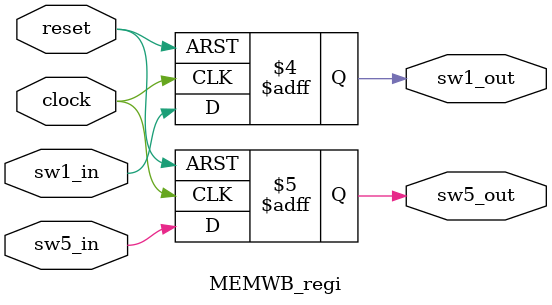
<source format=v>
module MEMWB_regi (
	input clock, 
	input reset, 
	input sw1_in, sw5_in,
	output reg sw1_out, sw5_out);
	
	always @(posedge clock or negedge reset) begin
		if (reset == 1'b0) begin
			sw1_out <= 1'b0;
			sw5_out <= 1'b0;
		end else if (clock == 1'b1) begin
			sw1_out <= sw1_in;
			sw5_out <= sw5_in;
		end
	end
	
endmodule

</source>
